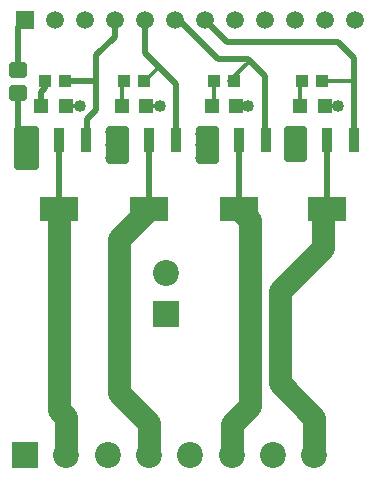
<source format=gbr>
G04 DipTrace 4.0.0.2*
G04 1 - Top.gbr*
%MOIN*%
G04 #@! TF.FileFunction,Copper,L1,Top*
G04 #@! TF.Part,Single*
%AMOUTLINE0*
4,1,28,
-0.019803,0.025591,
0.019803,0.025591,
0.02232,0.025259,
0.024665,0.024288,
0.026679,0.022742,
0.028225,0.020728,
0.029196,0.018383,
0.029528,0.015866,
0.029528,-0.015866,
0.029196,-0.018383,
0.028225,-0.020728,
0.026679,-0.022742,
0.024665,-0.024288,
0.02232,-0.025259,
0.019803,-0.025591,
-0.019803,-0.025591,
-0.02232,-0.025259,
-0.024665,-0.024288,
-0.026679,-0.022742,
-0.028225,-0.020728,
-0.029196,-0.018383,
-0.029528,-0.015866,
-0.029528,0.015866,
-0.029196,0.018383,
-0.028225,0.020728,
-0.026679,0.022742,
-0.024665,0.024288,
-0.02232,0.025259,
-0.019803,0.025591,
0*%
G04 #@! TA.AperFunction,Conductor*
%ADD15C,0.012*%
%ADD16C,0.02*%
%ADD17C,0.075*%
G04 #@! TA.AperFunction,CopperBalancing*
%ADD19C,0.025*%
%ADD21R,0.037402X0.084646*%
%ADD22R,0.127953X0.084646*%
G04 #@! TA.AperFunction,ComponentPad*
%ADD23R,0.086614X0.086614*%
%ADD24C,0.086614*%
%ADD25R,0.059055X0.059055*%
%ADD26C,0.059055*%
%ADD28R,0.047244X0.047244*%
%ADD29R,0.043307X0.03937*%
G04 #@! TA.AperFunction,ViaPad*
%ADD30C,0.04*%
%ADD59OUTLINE0*%
%FSLAX26Y26*%
G04*
G70*
G90*
G75*
G01*
G04 Top*
%LPD*%
X1078839Y1287500D2*
D15*
X1125000D1*
X785088D2*
X825000D1*
X485088D2*
X531249D1*
X216339D2*
X262500D1*
X56251Y1406152D2*
D16*
Y1551136D1*
X79916Y1574803D1*
X403198Y1173547D2*
X395203D1*
X368751Y1200000D1*
X403198Y1173547D2*
X386049D1*
X368751Y1156249D1*
X403198Y1173547D2*
Y1146948D1*
X368751Y1112500D1*
X403198Y1173547D2*
Y1115551D1*
X406249Y1112500D1*
X703198Y1173547D2*
X688953D1*
X668751Y1193749D1*
X703198Y1173547D2*
X686049D1*
X668751Y1156249D1*
X703198Y1173547D2*
Y1146948D1*
X668751Y1112500D1*
X703198Y1173547D2*
Y1115551D1*
X706249Y1112500D1*
X996949Y1173547D2*
X982702D1*
X962500Y1193749D1*
X996949Y1173547D2*
X979798D1*
X962500Y1156249D1*
X996949Y1173547D2*
Y1153199D1*
X962500Y1118751D1*
X996949Y1173547D2*
Y1121802D1*
X1000000Y1118751D1*
X56251Y1331349D2*
Y1200000D1*
X62500Y1193751D1*
X147785Y1368749D2*
Y1347785D1*
X133661Y1333661D1*
Y1287500D1*
X379916Y1574803D2*
Y1517416D1*
X318751Y1456249D1*
Y1368749D1*
Y1275000D1*
X287500Y1243749D1*
Y1173547D1*
X284301D1*
X214714Y1368749D2*
X318751D1*
X479916Y1574803D2*
Y1463835D1*
X528285Y1415466D1*
X584301Y1359450D1*
Y1173547D1*
X477214Y1368751D2*
D15*
X481570D1*
X528285Y1415466D1*
X579916Y1574803D2*
D16*
X593949D1*
X725001Y1443751D1*
X825000D1*
X830175Y1438576D1*
X881249Y1387501D1*
Y1181252D1*
X884301Y1178201D1*
Y1173547D1*
X777215Y1368751D2*
D15*
X760349D1*
X830175Y1438576D1*
X679916Y1574803D2*
D16*
X754719Y1500000D1*
X1125000D1*
X1178051Y1446949D1*
Y1368751D1*
Y1173547D1*
X1070965Y1368751D2*
D15*
X1178051D1*
X218602Y125000D2*
D17*
Y250148D1*
X193749Y275001D1*
Y945201D1*
Y1173547D2*
D16*
Y945201D1*
X493749Y1173547D2*
Y945201D1*
X494193Y125000D2*
D17*
Y230807D1*
X393749Y331251D1*
Y845201D1*
X493749Y945201D1*
X793749Y1173547D2*
D16*
Y945201D1*
X769783Y125000D2*
D17*
Y226034D1*
X831249Y287500D1*
Y907701D1*
X793749Y945201D1*
X1087500Y1173547D2*
D16*
Y945201D1*
X1045374Y125000D2*
D17*
Y248375D1*
X931249Y362500D1*
Y668749D1*
X1075000Y812500D1*
Y932701D1*
X1087500Y945201D1*
X710286Y1368748D2*
D15*
Y1295375D1*
X702411Y1287500D1*
X996161D2*
Y1360874D1*
X1004035Y1368748D1*
X402411Y1287500D2*
Y1360874D1*
X410285Y1368748D1*
D30*
X62500Y1193751D3*
Y1143749D3*
Y1100000D3*
X100000D3*
X262500Y1287500D3*
X531249D3*
X825000D3*
X1125000D3*
X368751Y1200000D3*
Y1156249D3*
X406249Y1112500D3*
X368751D3*
X668751Y1193749D3*
Y1156249D3*
Y1112500D3*
X706249D3*
X962500Y1193749D3*
Y1156249D3*
Y1118751D3*
X1000000D3*
X58769Y1181382D2*
D19*
X109999D1*
X58769Y1156513D2*
X109999D1*
X58769Y1131644D2*
X109999D1*
X58769Y1106776D2*
X109999D1*
X112533Y1206251D2*
X56266D1*
X56251Y1087509D1*
X112484Y1087500D1*
X112500Y1206241D1*
X365018Y1181382D2*
X410005D1*
X365018Y1156513D2*
X410005D1*
X365018Y1131644D2*
X410005D1*
X365018Y1106776D2*
X410005D1*
X412503Y1206251D2*
X362480D1*
X362500Y1106224D1*
X412520Y1106251D1*
X412500Y1206277D1*
X665018Y1181382D2*
X710005D1*
X665018Y1156512D2*
X710005D1*
X665018Y1131643D2*
X710005D1*
X665018Y1106776D2*
X710005D1*
X712503Y1206249D2*
X662480D1*
X662500Y1106224D1*
X712520Y1106251D1*
X712500Y1206276D1*
X958768Y1181382D2*
X1003755D1*
X958768Y1156512D2*
X1003755D1*
X958768Y1131643D2*
X1003755D1*
X1006245Y1206249D2*
X956222D1*
X956251Y1112483D1*
X1006269Y1112500D1*
X1006249Y1206266D1*
D21*
X284301Y1173547D3*
X193749D3*
X103198D3*
D22*
X193749Y945201D3*
D21*
X584301Y1173547D3*
X493749D3*
X403198D3*
D22*
X493749Y945201D3*
D21*
X884301Y1173547D3*
X793749D3*
X703198D3*
D22*
X793749Y945201D3*
D21*
X1178051Y1173547D3*
X1087500D3*
X996949D3*
D22*
X1087500Y945201D3*
D23*
X80807Y125000D3*
D24*
X218602D3*
X356398D3*
X494193D3*
X631988D3*
X769783D3*
X907579D3*
X1045374D3*
D25*
X79916Y1574803D3*
D26*
X179916D3*
X279916D3*
X379916D3*
X479916D3*
X579916D3*
X679916D3*
X779916D3*
X879907D3*
X979907D3*
X1079907D3*
X1179907D3*
D28*
X133661Y1287500D3*
X216339D3*
X402411D3*
X485088D3*
X702411D3*
X785088D3*
X996161D3*
X1078839D3*
D29*
X214714Y1368749D3*
X147785D3*
X477214Y1368750D3*
X410285Y1368749D3*
X777215Y1368750D3*
X710286Y1368749D3*
X1070965Y1368750D3*
X1004035Y1368749D3*
D23*
X550000Y593455D3*
D24*
Y731251D3*
D59*
X56251Y1406152D3*
Y1331349D3*
M02*

</source>
